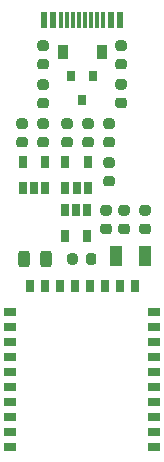
<source format=gbr>
G04 #@! TF.GenerationSoftware,KiCad,Pcbnew,(5.1.8)-1*
G04 #@! TF.CreationDate,2021-04-29T12:11:41+02:00*
G04 #@! TF.ProjectId,BlueMacro,426c7565-4d61-4637-926f-2e6b69636164,rev?*
G04 #@! TF.SameCoordinates,Original*
G04 #@! TF.FileFunction,Paste,Top*
G04 #@! TF.FilePolarity,Positive*
%FSLAX46Y46*%
G04 Gerber Fmt 4.6, Leading zero omitted, Abs format (unit mm)*
G04 Created by KiCad (PCBNEW (5.1.8)-1) date 2021-04-29 12:11:41*
%MOMM*%
%LPD*%
G01*
G04 APERTURE LIST*
%ADD10R,0.900000X1.200000*%
%ADD11R,0.300000X1.450000*%
%ADD12R,0.600000X1.450000*%
%ADD13R,0.800000X0.900000*%
%ADD14R,0.650000X1.060000*%
%ADD15R,1.000000X1.800000*%
%ADD16R,0.650000X1.000000*%
%ADD17R,1.000000X0.650000*%
G04 APERTURE END LIST*
D10*
X46610000Y-37084000D03*
X49910000Y-37084000D03*
D11*
X48510000Y-34365000D03*
X48010000Y-34365000D03*
X47510000Y-34365000D03*
X49010000Y-34365000D03*
X47010000Y-34365000D03*
X49510000Y-34365000D03*
X46510000Y-34365000D03*
X50010000Y-34365000D03*
D12*
X50710000Y-34365000D03*
X45810000Y-34365000D03*
X51485000Y-34365000D03*
X45035000Y-34365000D03*
G36*
G01*
X42849500Y-55066250D02*
X42849500Y-54153750D01*
G75*
G02*
X43093250Y-53910000I243750J0D01*
G01*
X43580750Y-53910000D01*
G75*
G02*
X43824500Y-54153750I0J-243750D01*
G01*
X43824500Y-55066250D01*
G75*
G02*
X43580750Y-55310000I-243750J0D01*
G01*
X43093250Y-55310000D01*
G75*
G02*
X42849500Y-55066250I0J243750D01*
G01*
G37*
G36*
G01*
X44724500Y-55066250D02*
X44724500Y-54153750D01*
G75*
G02*
X44968250Y-53910000I243750J0D01*
G01*
X45455750Y-53910000D01*
G75*
G02*
X45699500Y-54153750I0J-243750D01*
G01*
X45699500Y-55066250D01*
G75*
G02*
X45455750Y-55310000I-243750J0D01*
G01*
X44968250Y-55310000D01*
G75*
G02*
X44724500Y-55066250I0J243750D01*
G01*
G37*
D13*
X49210000Y-39132000D03*
X47310000Y-39132000D03*
X48260000Y-41132000D03*
D14*
X46850260Y-46398000D03*
X48750260Y-46398000D03*
X48750260Y-48598000D03*
X47800260Y-48598000D03*
X46850260Y-48598000D03*
X48702000Y-50505000D03*
X47752000Y-50505000D03*
X46802000Y-50505000D03*
X46802000Y-52705000D03*
X48702000Y-52705000D03*
D15*
X53594000Y-54356000D03*
X51094000Y-54356000D03*
D16*
X47650000Y-56896000D03*
X43840000Y-56896000D03*
X48920000Y-56896000D03*
X50190000Y-56896000D03*
X51460000Y-56896000D03*
X46380000Y-56896000D03*
X52730000Y-56896000D03*
X45110000Y-56896000D03*
D17*
X42141000Y-59115000D03*
X42141000Y-60385000D03*
X42141000Y-65465000D03*
X42141000Y-61655000D03*
X42141000Y-66735000D03*
X42141000Y-68005000D03*
X42141000Y-69275000D03*
X42141000Y-64195000D03*
X42141000Y-70545000D03*
X42141000Y-62925000D03*
X54379000Y-70545000D03*
X54379000Y-69275000D03*
X54379000Y-68005000D03*
X54379000Y-66735000D03*
X54379000Y-65465000D03*
X54379000Y-64195000D03*
X54379000Y-62925000D03*
X54379000Y-61655000D03*
X54379000Y-60385000D03*
X54379000Y-59115000D03*
D14*
X43246000Y-48598000D03*
X44196000Y-48598000D03*
X45146000Y-48598000D03*
X45146000Y-46398000D03*
X43246000Y-46398000D03*
G36*
G01*
X53850250Y-50932500D02*
X53337750Y-50932500D01*
G75*
G02*
X53119000Y-50713750I0J218750D01*
G01*
X53119000Y-50276250D01*
G75*
G02*
X53337750Y-50057500I218750J0D01*
G01*
X53850250Y-50057500D01*
G75*
G02*
X54069000Y-50276250I0J-218750D01*
G01*
X54069000Y-50713750D01*
G75*
G02*
X53850250Y-50932500I-218750J0D01*
G01*
G37*
G36*
G01*
X53850250Y-52507500D02*
X53337750Y-52507500D01*
G75*
G02*
X53119000Y-52288750I0J218750D01*
G01*
X53119000Y-51851250D01*
G75*
G02*
X53337750Y-51632500I218750J0D01*
G01*
X53850250Y-51632500D01*
G75*
G02*
X54069000Y-51851250I0J-218750D01*
G01*
X54069000Y-52288750D01*
G75*
G02*
X53850250Y-52507500I-218750J0D01*
G01*
G37*
G36*
G01*
X52072250Y-52507500D02*
X51559750Y-52507500D01*
G75*
G02*
X51341000Y-52288750I0J218750D01*
G01*
X51341000Y-51851250D01*
G75*
G02*
X51559750Y-51632500I218750J0D01*
G01*
X52072250Y-51632500D01*
G75*
G02*
X52291000Y-51851250I0J-218750D01*
G01*
X52291000Y-52288750D01*
G75*
G02*
X52072250Y-52507500I-218750J0D01*
G01*
G37*
G36*
G01*
X52072250Y-50932500D02*
X51559750Y-50932500D01*
G75*
G02*
X51341000Y-50713750I0J218750D01*
G01*
X51341000Y-50276250D01*
G75*
G02*
X51559750Y-50057500I218750J0D01*
G01*
X52072250Y-50057500D01*
G75*
G02*
X52291000Y-50276250I0J-218750D01*
G01*
X52291000Y-50713750D01*
G75*
G02*
X52072250Y-50932500I-218750J0D01*
G01*
G37*
G36*
G01*
X50035750Y-50057500D02*
X50548250Y-50057500D01*
G75*
G02*
X50767000Y-50276250I0J-218750D01*
G01*
X50767000Y-50713750D01*
G75*
G02*
X50548250Y-50932500I-218750J0D01*
G01*
X50035750Y-50932500D01*
G75*
G02*
X49817000Y-50713750I0J218750D01*
G01*
X49817000Y-50276250D01*
G75*
G02*
X50035750Y-50057500I218750J0D01*
G01*
G37*
G36*
G01*
X50035750Y-51632500D02*
X50548250Y-51632500D01*
G75*
G02*
X50767000Y-51851250I0J-218750D01*
G01*
X50767000Y-52288750D01*
G75*
G02*
X50548250Y-52507500I-218750J0D01*
G01*
X50035750Y-52507500D01*
G75*
G02*
X49817000Y-52288750I0J218750D01*
G01*
X49817000Y-51851250D01*
G75*
G02*
X50035750Y-51632500I218750J0D01*
G01*
G37*
G36*
G01*
X50802250Y-45167000D02*
X50289750Y-45167000D01*
G75*
G02*
X50071000Y-44948250I0J218750D01*
G01*
X50071000Y-44510750D01*
G75*
G02*
X50289750Y-44292000I218750J0D01*
G01*
X50802250Y-44292000D01*
G75*
G02*
X51021000Y-44510750I0J-218750D01*
G01*
X51021000Y-44948250D01*
G75*
G02*
X50802250Y-45167000I-218750J0D01*
G01*
G37*
G36*
G01*
X50802250Y-43592000D02*
X50289750Y-43592000D01*
G75*
G02*
X50071000Y-43373250I0J218750D01*
G01*
X50071000Y-42935750D01*
G75*
G02*
X50289750Y-42717000I218750J0D01*
G01*
X50802250Y-42717000D01*
G75*
G02*
X51021000Y-42935750I0J-218750D01*
G01*
X51021000Y-43373250D01*
G75*
G02*
X50802250Y-43592000I-218750J0D01*
G01*
G37*
G36*
G01*
X47884500Y-54353750D02*
X47884500Y-54866250D01*
G75*
G02*
X47665750Y-55085000I-218750J0D01*
G01*
X47228250Y-55085000D01*
G75*
G02*
X47009500Y-54866250I0J218750D01*
G01*
X47009500Y-54353750D01*
G75*
G02*
X47228250Y-54135000I218750J0D01*
G01*
X47665750Y-54135000D01*
G75*
G02*
X47884500Y-54353750I0J-218750D01*
G01*
G37*
G36*
G01*
X49459500Y-54353750D02*
X49459500Y-54866250D01*
G75*
G02*
X49240750Y-55085000I-218750J0D01*
G01*
X48803250Y-55085000D01*
G75*
G02*
X48584500Y-54866250I0J218750D01*
G01*
X48584500Y-54353750D01*
G75*
G02*
X48803250Y-54135000I218750J0D01*
G01*
X49240750Y-54135000D01*
G75*
G02*
X49459500Y-54353750I0J-218750D01*
G01*
G37*
G36*
G01*
X47246250Y-43592000D02*
X46733750Y-43592000D01*
G75*
G02*
X46515000Y-43373250I0J218750D01*
G01*
X46515000Y-42935750D01*
G75*
G02*
X46733750Y-42717000I218750J0D01*
G01*
X47246250Y-42717000D01*
G75*
G02*
X47465000Y-42935750I0J-218750D01*
G01*
X47465000Y-43373250D01*
G75*
G02*
X47246250Y-43592000I-218750J0D01*
G01*
G37*
G36*
G01*
X47246250Y-45167000D02*
X46733750Y-45167000D01*
G75*
G02*
X46515000Y-44948250I0J218750D01*
G01*
X46515000Y-44510750D01*
G75*
G02*
X46733750Y-44292000I218750J0D01*
G01*
X47246250Y-44292000D01*
G75*
G02*
X47465000Y-44510750I0J-218750D01*
G01*
X47465000Y-44948250D01*
G75*
G02*
X47246250Y-45167000I-218750J0D01*
G01*
G37*
G36*
G01*
X45214250Y-41865000D02*
X44701750Y-41865000D01*
G75*
G02*
X44483000Y-41646250I0J218750D01*
G01*
X44483000Y-41208750D01*
G75*
G02*
X44701750Y-40990000I218750J0D01*
G01*
X45214250Y-40990000D01*
G75*
G02*
X45433000Y-41208750I0J-218750D01*
G01*
X45433000Y-41646250D01*
G75*
G02*
X45214250Y-41865000I-218750J0D01*
G01*
G37*
G36*
G01*
X45214250Y-40290000D02*
X44701750Y-40290000D01*
G75*
G02*
X44483000Y-40071250I0J218750D01*
G01*
X44483000Y-39633750D01*
G75*
G02*
X44701750Y-39415000I218750J0D01*
G01*
X45214250Y-39415000D01*
G75*
G02*
X45433000Y-39633750I0J-218750D01*
G01*
X45433000Y-40071250D01*
G75*
G02*
X45214250Y-40290000I-218750J0D01*
G01*
G37*
G36*
G01*
X51305750Y-39389500D02*
X51818250Y-39389500D01*
G75*
G02*
X52037000Y-39608250I0J-218750D01*
G01*
X52037000Y-40045750D01*
G75*
G02*
X51818250Y-40264500I-218750J0D01*
G01*
X51305750Y-40264500D01*
G75*
G02*
X51087000Y-40045750I0J218750D01*
G01*
X51087000Y-39608250D01*
G75*
G02*
X51305750Y-39389500I218750J0D01*
G01*
G37*
G36*
G01*
X51305750Y-40964500D02*
X51818250Y-40964500D01*
G75*
G02*
X52037000Y-41183250I0J-218750D01*
G01*
X52037000Y-41620750D01*
G75*
G02*
X51818250Y-41839500I-218750J0D01*
G01*
X51305750Y-41839500D01*
G75*
G02*
X51087000Y-41620750I0J218750D01*
G01*
X51087000Y-41183250D01*
G75*
G02*
X51305750Y-40964500I218750J0D01*
G01*
G37*
G36*
G01*
X42923750Y-42717000D02*
X43436250Y-42717000D01*
G75*
G02*
X43655000Y-42935750I0J-218750D01*
G01*
X43655000Y-43373250D01*
G75*
G02*
X43436250Y-43592000I-218750J0D01*
G01*
X42923750Y-43592000D01*
G75*
G02*
X42705000Y-43373250I0J218750D01*
G01*
X42705000Y-42935750D01*
G75*
G02*
X42923750Y-42717000I218750J0D01*
G01*
G37*
G36*
G01*
X42923750Y-44292000D02*
X43436250Y-44292000D01*
G75*
G02*
X43655000Y-44510750I0J-218750D01*
G01*
X43655000Y-44948250D01*
G75*
G02*
X43436250Y-45167000I-218750J0D01*
G01*
X42923750Y-45167000D01*
G75*
G02*
X42705000Y-44948250I0J218750D01*
G01*
X42705000Y-44510750D01*
G75*
G02*
X42923750Y-44292000I218750J0D01*
G01*
G37*
G36*
G01*
X45214250Y-43592000D02*
X44701750Y-43592000D01*
G75*
G02*
X44483000Y-43373250I0J218750D01*
G01*
X44483000Y-42935750D01*
G75*
G02*
X44701750Y-42717000I218750J0D01*
G01*
X45214250Y-42717000D01*
G75*
G02*
X45433000Y-42935750I0J-218750D01*
G01*
X45433000Y-43373250D01*
G75*
G02*
X45214250Y-43592000I-218750J0D01*
G01*
G37*
G36*
G01*
X45214250Y-45167000D02*
X44701750Y-45167000D01*
G75*
G02*
X44483000Y-44948250I0J218750D01*
G01*
X44483000Y-44510750D01*
G75*
G02*
X44701750Y-44292000I218750J0D01*
G01*
X45214250Y-44292000D01*
G75*
G02*
X45433000Y-44510750I0J-218750D01*
G01*
X45433000Y-44948250D01*
G75*
G02*
X45214250Y-45167000I-218750J0D01*
G01*
G37*
G36*
G01*
X48511750Y-42717000D02*
X49024250Y-42717000D01*
G75*
G02*
X49243000Y-42935750I0J-218750D01*
G01*
X49243000Y-43373250D01*
G75*
G02*
X49024250Y-43592000I-218750J0D01*
G01*
X48511750Y-43592000D01*
G75*
G02*
X48293000Y-43373250I0J218750D01*
G01*
X48293000Y-42935750D01*
G75*
G02*
X48511750Y-42717000I218750J0D01*
G01*
G37*
G36*
G01*
X48511750Y-44292000D02*
X49024250Y-44292000D01*
G75*
G02*
X49243000Y-44510750I0J-218750D01*
G01*
X49243000Y-44948250D01*
G75*
G02*
X49024250Y-45167000I-218750J0D01*
G01*
X48511750Y-45167000D01*
G75*
G02*
X48293000Y-44948250I0J218750D01*
G01*
X48293000Y-44510750D01*
G75*
G02*
X48511750Y-44292000I218750J0D01*
G01*
G37*
G36*
G01*
X50289750Y-47594000D02*
X50802250Y-47594000D01*
G75*
G02*
X51021000Y-47812750I0J-218750D01*
G01*
X51021000Y-48250250D01*
G75*
G02*
X50802250Y-48469000I-218750J0D01*
G01*
X50289750Y-48469000D01*
G75*
G02*
X50071000Y-48250250I0J218750D01*
G01*
X50071000Y-47812750D01*
G75*
G02*
X50289750Y-47594000I218750J0D01*
G01*
G37*
G36*
G01*
X50289750Y-46019000D02*
X50802250Y-46019000D01*
G75*
G02*
X51021000Y-46237750I0J-218750D01*
G01*
X51021000Y-46675250D01*
G75*
G02*
X50802250Y-46894000I-218750J0D01*
G01*
X50289750Y-46894000D01*
G75*
G02*
X50071000Y-46675250I0J218750D01*
G01*
X50071000Y-46237750D01*
G75*
G02*
X50289750Y-46019000I218750J0D01*
G01*
G37*
G36*
G01*
X44701750Y-36113000D02*
X45214250Y-36113000D01*
G75*
G02*
X45433000Y-36331750I0J-218750D01*
G01*
X45433000Y-36769250D01*
G75*
G02*
X45214250Y-36988000I-218750J0D01*
G01*
X44701750Y-36988000D01*
G75*
G02*
X44483000Y-36769250I0J218750D01*
G01*
X44483000Y-36331750D01*
G75*
G02*
X44701750Y-36113000I218750J0D01*
G01*
G37*
G36*
G01*
X44701750Y-37688000D02*
X45214250Y-37688000D01*
G75*
G02*
X45433000Y-37906750I0J-218750D01*
G01*
X45433000Y-38344250D01*
G75*
G02*
X45214250Y-38563000I-218750J0D01*
G01*
X44701750Y-38563000D01*
G75*
G02*
X44483000Y-38344250I0J218750D01*
G01*
X44483000Y-37906750D01*
G75*
G02*
X44701750Y-37688000I218750J0D01*
G01*
G37*
G36*
G01*
X51305750Y-37688000D02*
X51818250Y-37688000D01*
G75*
G02*
X52037000Y-37906750I0J-218750D01*
G01*
X52037000Y-38344250D01*
G75*
G02*
X51818250Y-38563000I-218750J0D01*
G01*
X51305750Y-38563000D01*
G75*
G02*
X51087000Y-38344250I0J218750D01*
G01*
X51087000Y-37906750D01*
G75*
G02*
X51305750Y-37688000I218750J0D01*
G01*
G37*
G36*
G01*
X51305750Y-36113000D02*
X51818250Y-36113000D01*
G75*
G02*
X52037000Y-36331750I0J-218750D01*
G01*
X52037000Y-36769250D01*
G75*
G02*
X51818250Y-36988000I-218750J0D01*
G01*
X51305750Y-36988000D01*
G75*
G02*
X51087000Y-36769250I0J218750D01*
G01*
X51087000Y-36331750D01*
G75*
G02*
X51305750Y-36113000I218750J0D01*
G01*
G37*
M02*

</source>
